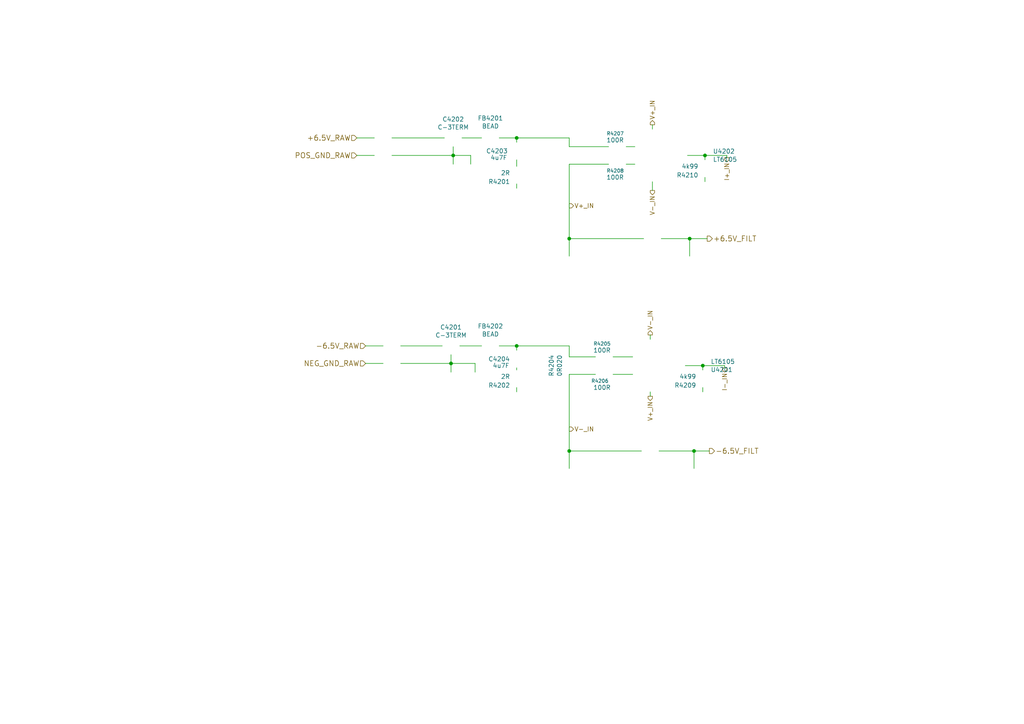
<source format=kicad_sch>
(kicad_sch
	(version 20250114)
	(generator "eeschema")
	(generator_version "9.0")
	(uuid "3bf0e056-0686-45f2-89b1-2fa8483ab800")
	(paper "A4")
	(title_block
		(title "LZ 8 Channel Amplifier")
		(date "2017-09-10")
		(rev "5")
		(company "UC Davis / Seth Hillbrand")
	)
	(lib_symbols)
	(junction
		(at 165.1 69.215)
		(diameter 0)
		(color 0 0 0 0)
		(uuid "087b2edc-951d-4b61-bddb-3d14276779dc")
	)
	(junction
		(at 131.445 45.085)
		(diameter 0)
		(color 0 0 0 0)
		(uuid "0bf9fa86-9c46-4cff-987d-215e7cfc0a7e")
	)
	(junction
		(at 149.86 40.005)
		(diameter 0)
		(color 0 0 0 0)
		(uuid "10621cdd-3bff-4e52-89e9-143bd12fc07a")
	)
	(junction
		(at 203.835 106.045)
		(diameter 0)
		(color 0 0 0 0)
		(uuid "2c93f370-7059-4d1b-b65c-ef0a5e3ac6e0")
	)
	(junction
		(at 204.47 45.085)
		(diameter 0)
		(color 0 0 0 0)
		(uuid "49a1db8b-7294-4e9e-b697-62a3fccc8dd6")
	)
	(junction
		(at 165.1 130.81)
		(diameter 0)
		(color 0 0 0 0)
		(uuid "5040a224-d7c4-4f91-a67c-86d3ecb6b63f")
	)
	(junction
		(at 149.86 100.33)
		(diameter 0)
		(color 0 0 0 0)
		(uuid "6544e4d1-d624-4d29-8563-ef54848de699")
	)
	(junction
		(at 130.81 105.41)
		(diameter 0)
		(color 0 0 0 0)
		(uuid "8fda4b4e-8e3a-4ffb-9f67-baeeaa2a021c")
	)
	(junction
		(at 201.295 130.81)
		(diameter 0)
		(color 0 0 0 0)
		(uuid "b107d1cb-1c53-476a-809d-56571e8994a1")
	)
	(junction
		(at 200.025 69.215)
		(diameter 0)
		(color 0 0 0 0)
		(uuid "f4bbb995-b056-464a-87e6-828a9db256f0")
	)
	(wire
		(pts
			(xy 133.985 40.005) (xy 139.7 40.005)
		)
		(stroke
			(width 0)
			(type default)
		)
		(uuid "016872f6-41fc-48e1-9b5b-c077d6e5c6b4")
	)
	(wire
		(pts
			(xy 165.1 108.585) (xy 172.72 108.585)
		)
		(stroke
			(width 0)
			(type default)
		)
		(uuid "0970a8b2-0a2a-442c-b02c-c5f447eeadd1")
	)
	(wire
		(pts
			(xy 137.795 105.41) (xy 137.795 107.95)
		)
		(stroke
			(width 0)
			(type default)
		)
		(uuid "0d4abea6-506a-47fb-96a9-a692122886be")
	)
	(wire
		(pts
			(xy 136.525 45.085) (xy 136.525 47.625)
		)
		(stroke
			(width 0)
			(type default)
		)
		(uuid "0f268f8e-afd9-4269-bfa0-87075a4b289d")
	)
	(wire
		(pts
			(xy 177.8 108.585) (xy 183.515 108.585)
		)
		(stroke
			(width 0)
			(type default)
		)
		(uuid "11af2b0e-7642-479a-bc80-82db9a96bcc5")
	)
	(wire
		(pts
			(xy 165.1 108.585) (xy 165.1 130.81)
		)
		(stroke
			(width 0)
			(type default)
		)
		(uuid "152cabfb-176d-4658-a4ae-4fd0ed9a9aa6")
	)
	(wire
		(pts
			(xy 165.1 130.81) (xy 165.1 135.89)
		)
		(stroke
			(width 0)
			(type default)
		)
		(uuid "1e2fb38e-5354-43b0-ada3-02ac9f55d787")
	)
	(wire
		(pts
			(xy 203.835 106.045) (xy 210.185 106.045)
		)
		(stroke
			(width 0)
			(type default)
		)
		(uuid "2148feab-7ed5-45a1-a0a8-7303cbdbdac3")
	)
	(wire
		(pts
			(xy 188.595 113.665) (xy 188.595 114.935)
		)
		(stroke
			(width 0)
			(type default)
		)
		(uuid "262fcbdf-d84b-41a3-a2ec-9e9668b69af0")
	)
	(wire
		(pts
			(xy 204.47 45.085) (xy 210.82 45.085)
		)
		(stroke
			(width 0)
			(type default)
		)
		(uuid "2ffdc016-e66f-432a-ab9e-70e0ca8ae09a")
	)
	(wire
		(pts
			(xy 149.86 46.355) (xy 149.86 48.26)
		)
		(stroke
			(width 0)
			(type default)
		)
		(uuid "3074f59f-ed95-4096-a301-66a723145167")
	)
	(wire
		(pts
			(xy 149.86 41.275) (xy 149.86 40.005)
		)
		(stroke
			(width 0)
			(type default)
		)
		(uuid "32648652-fffd-4570-9d23-d77133c24dfa")
	)
	(wire
		(pts
			(xy 176.53 47.625) (xy 165.1 47.625)
		)
		(stroke
			(width 0)
			(type default)
		)
		(uuid "3389711b-5b01-4afb-a61e-3b8699362f4c")
	)
	(wire
		(pts
			(xy 203.835 106.045) (xy 203.835 107.315)
		)
		(stroke
			(width 0)
			(type default)
		)
		(uuid "3b9a44d0-90ea-415f-a118-63369246a8c9")
	)
	(wire
		(pts
			(xy 144.78 100.33) (xy 149.86 100.33)
		)
		(stroke
			(width 0)
			(type default)
		)
		(uuid "3c2c8d3a-5639-4fe0-a266-b9b42a9df332")
	)
	(wire
		(pts
			(xy 165.1 40.005) (xy 165.1 42.545)
		)
		(stroke
			(width 0)
			(type default)
		)
		(uuid "4daa5510-61e8-419d-8d9d-c3b9c7d63792")
	)
	(wire
		(pts
			(xy 165.1 42.545) (xy 176.53 42.545)
		)
		(stroke
			(width 0)
			(type default)
		)
		(uuid "4f1c430c-7636-4a19-baa3-744935ab497d")
	)
	(wire
		(pts
			(xy 165.1 69.215) (xy 165.1 74.295)
		)
		(stroke
			(width 0)
			(type default)
		)
		(uuid "50efce14-8630-48d1-9797-24f97265629a")
	)
	(wire
		(pts
			(xy 116.205 105.41) (xy 130.81 105.41)
		)
		(stroke
			(width 0)
			(type default)
		)
		(uuid "520dd9ec-ac25-4875-9a5b-cadef07b007b")
	)
	(wire
		(pts
			(xy 108.585 45.085) (xy 103.505 45.085)
		)
		(stroke
			(width 0)
			(type default)
		)
		(uuid "5cc5b5b5-5a32-43aa-9f3a-ce8a5e7cf7e1")
	)
	(wire
		(pts
			(xy 144.78 40.005) (xy 149.86 40.005)
		)
		(stroke
			(width 0)
			(type default)
		)
		(uuid "5dcfc587-5e67-4340-90c2-a734867d5f01")
	)
	(wire
		(pts
			(xy 203.835 113.665) (xy 203.835 112.395)
		)
		(stroke
			(width 0)
			(type default)
		)
		(uuid "6227d84e-8812-4657-bdcc-8e5285b5c030")
	)
	(wire
		(pts
			(xy 133.35 100.33) (xy 139.7 100.33)
		)
		(stroke
			(width 0)
			(type default)
		)
		(uuid "6552225f-a4c3-4432-9f2e-957954f5d80c")
	)
	(wire
		(pts
			(xy 201.295 130.81) (xy 201.295 135.89)
		)
		(stroke
			(width 0)
			(type default)
		)
		(uuid "65fdf198-aadc-4e8e-b792-844a22542815")
	)
	(wire
		(pts
			(xy 131.445 45.085) (xy 136.525 45.085)
		)
		(stroke
			(width 0)
			(type default)
		)
		(uuid "69d25624-409f-4aaf-b1bc-8c3b4b33be61")
	)
	(wire
		(pts
			(xy 183.515 103.505) (xy 177.8 103.505)
		)
		(stroke
			(width 0)
			(type default)
		)
		(uuid "6e496e3f-53d1-47c9-b799-9a653c4bdf53")
	)
	(wire
		(pts
			(xy 191.77 69.215) (xy 200.025 69.215)
		)
		(stroke
			(width 0)
			(type default)
		)
		(uuid "71cddd9e-19b1-4e07-bcf6-3962904687d0")
	)
	(wire
		(pts
			(xy 210.185 106.045) (xy 210.185 106.68)
		)
		(stroke
			(width 0)
			(type default)
		)
		(uuid "74ab64dc-4b8a-4cab-93e1-da9dfaf0cb18")
	)
	(wire
		(pts
			(xy 204.47 45.085) (xy 204.47 46.355)
		)
		(stroke
			(width 0)
			(type default)
		)
		(uuid "74b2ff77-5427-49a6-9aa2-dbef067b199c")
	)
	(wire
		(pts
			(xy 130.81 102.87) (xy 130.81 105.41)
		)
		(stroke
			(width 0)
			(type default)
		)
		(uuid "76b30a77-5c22-4951-86d2-4b87b0362bdf")
	)
	(wire
		(pts
			(xy 131.445 42.545) (xy 131.445 45.085)
		)
		(stroke
			(width 0)
			(type default)
		)
		(uuid "79a82a95-a571-42ea-996d-47f64042fd8f")
	)
	(wire
		(pts
			(xy 200.025 69.215) (xy 200.025 74.295)
		)
		(stroke
			(width 0)
			(type default)
		)
		(uuid "7bd9f0d1-ac5c-4e18-93d3-522aec19ef05")
	)
	(wire
		(pts
			(xy 128.27 100.33) (xy 116.205 100.33)
		)
		(stroke
			(width 0)
			(type default)
		)
		(uuid "80bc8379-d38d-46fc-a696-9e337669d770")
	)
	(wire
		(pts
			(xy 201.295 130.81) (xy 205.74 130.81)
		)
		(stroke
			(width 0)
			(type default)
		)
		(uuid "8c609f6e-c77f-48d9-bdb0-02537bdb8ef1")
	)
	(wire
		(pts
			(xy 149.86 101.6) (xy 149.86 100.33)
		)
		(stroke
			(width 0)
			(type default)
		)
		(uuid "901345d1-d3ac-44d1-a723-36f75064eec0")
	)
	(wire
		(pts
			(xy 149.86 53.34) (xy 149.86 54.61)
		)
		(stroke
			(width 0)
			(type default)
		)
		(uuid "92244350-5e57-4115-bd36-c640b4a406e9")
	)
	(wire
		(pts
			(xy 165.1 69.215) (xy 186.69 69.215)
		)
		(stroke
			(width 0)
			(type default)
		)
		(uuid "9341daa4-4ab8-4489-a2e2-dd0d8c1acd5e")
	)
	(wire
		(pts
			(xy 210.82 45.085) (xy 210.82 45.72)
		)
		(stroke
			(width 0)
			(type default)
		)
		(uuid "9f464bca-0fbd-4761-808c-e95b5fea041e")
	)
	(wire
		(pts
			(xy 130.81 105.41) (xy 137.795 105.41)
		)
		(stroke
			(width 0)
			(type default)
		)
		(uuid "a433ecf4-c53c-4cf8-a3b9-00ca60d68e7e")
	)
	(wire
		(pts
			(xy 149.86 40.005) (xy 165.1 40.005)
		)
		(stroke
			(width 0)
			(type default)
		)
		(uuid "a478dad4-6561-4ccc-96b2-6132007cb50f")
	)
	(wire
		(pts
			(xy 165.1 47.625) (xy 165.1 69.215)
		)
		(stroke
			(width 0)
			(type default)
		)
		(uuid "a619b9db-6ae9-4950-bf70-9e784f6b9a98")
	)
	(wire
		(pts
			(xy 130.81 105.41) (xy 130.81 107.95)
		)
		(stroke
			(width 0)
			(type default)
		)
		(uuid "acea7dbb-7f02-48f1-9686-15a638b33e38")
	)
	(wire
		(pts
			(xy 198.755 106.045) (xy 203.835 106.045)
		)
		(stroke
			(width 0)
			(type default)
		)
		(uuid "b0fc049b-3a4a-494c-b38b-f04d21b97b09")
	)
	(wire
		(pts
			(xy 188.595 98.425) (xy 188.595 97.155)
		)
		(stroke
			(width 0)
			(type default)
		)
		(uuid "b1d94d41-85c2-49c3-98d1-f99b0d0064f3")
	)
	(wire
		(pts
			(xy 149.86 112.395) (xy 149.86 113.665)
		)
		(stroke
			(width 0)
			(type default)
		)
		(uuid "b2a2e1bc-7513-4057-9773-bb4a3683e91c")
	)
	(wire
		(pts
			(xy 184.15 42.545) (xy 181.61 42.545)
		)
		(stroke
			(width 0)
			(type default)
		)
		(uuid "b719978d-870c-4afc-817c-f9fa002060e5")
	)
	(wire
		(pts
			(xy 108.585 40.005) (xy 103.505 40.005)
		)
		(stroke
			(width 0)
			(type default)
		)
		(uuid "be1c0d43-82f6-4898-a87b-cc8ebcd7c988")
	)
	(wire
		(pts
			(xy 184.15 47.625) (xy 181.61 47.625)
		)
		(stroke
			(width 0)
			(type default)
		)
		(uuid "bfb0bbee-7206-4a40-8b7a-3d4b026cd467")
	)
	(wire
		(pts
			(xy 111.125 100.33) (xy 106.045 100.33)
		)
		(stroke
			(width 0)
			(type default)
		)
		(uuid "c3488ba0-0079-4c2d-a729-718509e2df7c")
	)
	(wire
		(pts
			(xy 113.665 45.085) (xy 131.445 45.085)
		)
		(stroke
			(width 0)
			(type default)
		)
		(uuid "d06b943d-be33-446a-98e3-09f6def6a64e")
	)
	(wire
		(pts
			(xy 189.23 37.465) (xy 189.23 36.195)
		)
		(stroke
			(width 0)
			(type default)
		)
		(uuid "d54cd56f-790a-44d2-89bb-6f3830c535cf")
	)
	(wire
		(pts
			(xy 149.86 100.33) (xy 165.1 100.33)
		)
		(stroke
			(width 0)
			(type default)
		)
		(uuid "d63157d9-693b-48d4-995d-4184f330ab62")
	)
	(wire
		(pts
			(xy 165.1 100.33) (xy 165.1 103.505)
		)
		(stroke
			(width 0)
			(type default)
		)
		(uuid "d68d8309-789d-4149-aca8-7b9045ed44f7")
	)
	(wire
		(pts
			(xy 189.23 52.705) (xy 189.23 55.245)
		)
		(stroke
			(width 0)
			(type default)
		)
		(uuid "da1ea464-7dd5-4c46-8a42-35dc08f08d0b")
	)
	(wire
		(pts
			(xy 128.905 40.005) (xy 113.665 40.005)
		)
		(stroke
			(width 0)
			(type default)
		)
		(uuid "da77be6f-1b79-4632-a539-92b5085076c0")
	)
	(wire
		(pts
			(xy 165.1 130.81) (xy 186.055 130.81)
		)
		(stroke
			(width 0)
			(type default)
		)
		(uuid "dcbd03be-99f3-4ffc-841a-8c4bf4cd5402")
	)
	(wire
		(pts
			(xy 200.025 69.215) (xy 205.105 69.215)
		)
		(stroke
			(width 0)
			(type default)
		)
		(uuid "e8d9db57-4ad8-4129-ad26-d2e30921e67d")
	)
	(wire
		(pts
			(xy 149.86 106.68) (xy 149.86 107.315)
		)
		(stroke
			(width 0)
			(type default)
		)
		(uuid "ed320daf-7df3-4ecc-87f0-14accb416391")
	)
	(wire
		(pts
			(xy 191.135 130.81) (xy 201.295 130.81)
		)
		(stroke
			(width 0)
			(type default)
		)
		(uuid "ed8c7c80-0ec9-4e3e-b8a3-95d012b52064")
	)
	(wire
		(pts
			(xy 204.47 52.705) (xy 204.47 51.435)
		)
		(stroke
			(width 0)
			(type default)
		)
		(uuid "effc7360-0b91-4410-a823-7412cb852992")
	)
	(wire
		(pts
			(xy 131.445 45.085) (xy 131.445 47.625)
		)
		(stroke
			(width 0)
			(type default)
		)
		(uuid "f20e3a9c-b9c8-4a54-9eb4-b2be5f7b2fcc")
	)
	(wire
		(pts
			(xy 111.125 105.41) (xy 106.045 105.41)
		)
		(stroke
			(width 0)
			(type default)
		)
		(uuid "f2edbfd8-b0bc-47d1-9d16-bec638de3dec")
	)
	(wire
		(pts
			(xy 165.1 103.505) (xy 172.72 103.505)
		)
		(stroke
			(width 0)
			(type default)
		)
		(uuid "f4802b7d-8a83-433a-b6d5-02a6f255ed10")
	)
	(wire
		(pts
			(xy 199.39 45.085) (xy 204.47 45.085)
		)
		(stroke
			(width 0)
			(type default)
		)
		(uuid "fc30fbb7-268b-427c-9e90-c90c8c130678")
	)
	(hierarchical_label "V-_IN"
		(shape output)
		(at 165.1 124.46 0)
		(effects
			(font
				(size 1.27 1.27)
			)
			(justify left)
		)
		(uuid "04503f3f-cfc9-40ea-8b6c-9d1311a9ba22")
	)
	(hierarchical_label "+6.5V_FILT"
		(shape output)
		(at 205.105 69.215 0)
		(effects
			(font
				(size 1.524 1.524)
			)
			(justify left)
		)
		(uuid "109851b2-b036-4e4a-8688-317adaa01fd1")
	)
	(hierarchical_label "V-_IN"
		(shape output)
		(at 189.23 55.245 270)
		(effects
			(font
				(size 1.27 1.27)
			)
			(justify right)
		)
		(uuid "3229dbb7-9467-4f09-8ca1-123a079811bf")
	)
	(hierarchical_label "V-_IN"
		(shape output)
		(at 188.595 97.155 90)
		(effects
			(font
				(size 1.27 1.27)
			)
			(justify left)
		)
		(uuid "38ce9bc1-8883-4fd6-a8a7-d0f7c358b62e")
	)
	(hierarchical_label "V+_IN"
		(shape output)
		(at 188.595 114.935 270)
		(effects
			(font
				(size 1.27 1.27)
			)
			(justify right)
		)
		(uuid "5ecee5d1-6f85-4c65-84a2-381dbd871f21")
	)
	(hierarchical_label "V+_IN"
		(shape output)
		(at 189.23 36.195 90)
		(effects
			(font
				(size 1.27 1.27)
			)
			(justify left)
		)
		(uuid "5f96b8f9-c21f-4cb4-a4c6-fe01476e2f35")
	)
	(hierarchical_label "V+_IN"
		(shape output)
		(at 165.1 59.69 0)
		(effects
			(font
				(size 1.27 1.27)
			)
			(justify left)
		)
		(uuid "60783790-2a10-4705-8488-216b771661a4")
	)
	(hierarchical_label "-6.5V_RAW"
		(shape input)
		(at 106.045 100.33 180)
		(effects
			(font
				(size 1.524 1.524)
			)
			(justify right)
		)
		(uuid "8ad0260e-f502-4341-acd9-952c66ec984a")
	)
	(hierarchical_label "POS_GND_RAW"
		(shape input)
		(at 103.505 45.085 180)
		(effects
			(font
				(size 1.524 1.524)
			)
			(justify right)
		)
		(uuid "93fdc256-7484-434c-a17c-44bdcae00a79")
	)
	(hierarchical_label "-6.5V_FILT"
		(shape output)
		(at 205.74 130.81 0)
		(effects
			(font
				(size 1.524 1.524)
			)
			(justify left)
		)
		(uuid "98c4b5d5-1507-4e6b-944b-ba1523b702c4")
	)
	(hierarchical_label "NEG_GND_RAW"
		(shape input)
		(at 106.045 105.41 180)
		(effects
			(font
				(size 1.524 1.524)
			)
			(justify right)
		)
		(uuid "99760ce8-95e3-46fd-b20e-90243cfa901c")
	)
	(hierarchical_label "I-_IN"
		(shape output)
		(at 210.185 106.68 270)
		(effects
			(font
				(size 1.27 1.27)
			)
			(justify right)
		)
		(uuid "cf8f4f12-4606-4ab8-85b6-c1d5b70c1300")
	)
	(hierarchical_label "+6.5V_RAW"
		(shape input)
		(at 103.505 40.005 180)
		(effects
			(font
				(size 1.524 1.524)
			)
			(justify right)
		)
		(uuid "da723c30-a823-4871-b147-604f84e9c508")
	)
	(hierarchical_label "I+_IN"
		(shape output)
		(at 210.82 45.72 270)
		(effects
			(font
				(size 1.27 1.27)
			)
			(justify right)
		)
		(uuid "f2d37680-5d45-4fb6-ac82-2275e4ef694b")
	)
	(symbol
		(lib_id "_passive:C-3TERM")
		(at 130.81 100.33 0)
		(unit 1)
		(exclude_from_sim no)
		(in_bom yes)
		(on_board yes)
		(dnp no)
		(uuid "00000000-0000-0000-0000-0000578964e7")
		(property "Reference" "C4201"
			(at 130.81 94.9198 0)
			(effects
				(font
					(size 1.27 1.27)
				)
			)
		)
		(property "Value" "C-3TERM"
			(at 130.81 97.2312 0)
			(effects
				(font
					(size 1.27 1.27)
				)
			)
		)
		(property "Footprint" "manuf:CAP3-4516X100"
			(at 130.556 100.965 0)
			(effects
				(font
					(size 1.524 1.524)
				)
				(hide yes)
			)
		)
		(property "Datasheet" "http://search.murata.co.jp/Ceramy/image/img/A01X/G101/ENG/NFM41PC155B1E3-01.pdf"
			(at 130.81 97.0534 0)
			(effects
				(font
					(size 1.524 1.524)
				)
				(hide yes)
			)
		)
		(property "Description" ""
			(at 130.81 100.33 0)
			(effects
				(font
					(size 1.27 1.27)
				)
			)
		)
		(property "mpn" "NFM41PC155B1E3L"
			(at 130.81 100.33 0)
			(effects
				(font
					(size 1.524 1.524)
				)
				(hide yes)
			)
		)
		(property "newark#" "49P5423"
			(at 130.81 100.33 0)
			(effects
				(font
					(size 1.524 1.524)
				)
				(hide yes)
			)
		)
		(property "digikey#" "490-6986-1-ND"
			(at 0 200.66 0)
			(effects
				(font
					(size 1.524 1.524)
				)
				(hide yes)
			)
		)
		(instances
			(project "8CH_Amplifier"
				(path "/f89efb00-3378-4f88-9ec9-2a1aa21f73ef/00000000-0000-0000-0000-000057f4a4b7"
					(reference "C4201")
					(unit 1)
				)
			)
		)
	)
	(symbol
		(lib_id "power1:(GND)")
		(at 130.81 107.95 0)
		(unit 1)
		(exclude_from_sim no)
		(in_bom yes)
		(on_board yes)
		(dnp no)
		(uuid "00000000-0000-0000-0000-0000578972c4")
		(property "Reference" "#PWR0321"
			(at 130.81 107.95 0)
			(effects
				(font
					(size 0.762 0.762)
				)
				(hide yes)
			)
		)
		(property "Value" "(GND)"
			(at 130.81 107.95 0)
			(effects
				(font
					(size 0.762 0.762)
				)
				(hide yes)
			)
		)
		(property "Footprint" ""
			(at 130.81 107.95 0)
			(effects
				(font
					(size 1.524 1.524)
				)
			)
		)
		(property "Datasheet" ""
			(at 130.81 107.95 0)
			(effects
				(font
					(size 1.524 1.524)
				)
			)
		)
		(property "Description" ""
			(at 130.81 107.95 0)
			(effects
				(font
					(size 1.27 1.27)
				)
			)
		)
		(instances
			(project ""
				(path "/f89efb00-3378-4f88-9ec9-2a1aa21f73ef/00000000-0000-0000-0000-000057f4a4b7"
					(reference "#PWR0321")
					(unit 1)
				)
			)
		)
	)
	(symbol
		(lib_id "_passive:C-3TERM")
		(at 131.445 40.005 0)
		(unit 1)
		(exclude_from_sim no)
		(in_bom yes)
		(on_board yes)
		(dnp no)
		(uuid "00000000-0000-0000-0000-0000578983eb")
		(property "Reference" "C4202"
			(at 131.445 34.5948 0)
			(effects
				(font
					(size 1.27 1.27)
				)
			)
		)
		(property "Value" "C-3TERM"
			(at 131.445 36.9062 0)
			(effects
				(font
					(size 1.27 1.27)
				)
			)
		)
		(property "Footprint" "manuf:CAP3-4516X100"
			(at 131.191 40.64 0)
			(effects
				(font
					(size 1.524 1.524)
				)
				(hide yes)
			)
		)
		(property "Datasheet" "http://search.murata.co.jp/Ceramy/image/img/A01X/G101/ENG/NFM41PC155B1E3-01.pdf"
			(at 131.445 36.7284 0)
			(effects
				(font
					(size 1.524 1.524)
				)
				(hide yes)
			)
		)
		(property "Description" ""
			(at 131.445 40.005 0)
			(effects
				(font
					(size 1.27 1.27)
				)
			)
		)
		(property "mpn" "NFM41PC155B1E3L"
			(at 131.445 40.005 0)
			(effects
				(font
					(size 1.524 1.524)
				)
				(hide yes)
			)
		)
		(property "newark#" "49P5423"
			(at 131.445 40.005 0)
			(effects
				(font
					(size 1.524 1.524)
				)
				(hide yes)
			)
		)
		(property "digikey#" "490-6986-1-ND"
			(at 0 80.01 0)
			(effects
				(font
					(size 1.524 1.524)
				)
				(hide yes)
			)
		)
		(instances
			(project "8CH_Amplifier"
				(path "/f89efb00-3378-4f88-9ec9-2a1aa21f73ef/00000000-0000-0000-0000-000057f4a4b7"
					(reference "C4202")
					(unit 1)
				)
			)
		)
	)
	(symbol
		(lib_id "_passive:BEAD")
		(at 142.24 40.005 0)
		(unit 1)
		(exclude_from_sim no)
		(in_bom yes)
		(on_board yes)
		(dnp no)
		(uuid "00000000-0000-0000-0000-0000578983f1")
		(property "Reference" "FB4201"
			(at 142.24 34.29 0)
			(effects
				(font
					(size 1.27 1.27)
				)
			)
		)
		(property "Value" "BEAD"
			(at 142.24 36.6014 0)
			(effects
				(font
					(size 1.27 1.27)
				)
			)
		)
		(property "Footprint" "smd-non-ipc:FB_2220"
			(at 142.24 38.735 0)
			(effects
				(font
					(size 1.524 1.524)
				)
				(hide yes)
			)
		)
		(property "Datasheet" "https://assets.lairdtech.com/home/brandworld/files/Catalog_EMI%20FILTERING%20RF%200717.pdf"
			(at 142.24 38.735 0)
			(effects
				(font
					(size 1.524 1.524)
				)
				(hide yes)
			)
		)
		(property "Description" ""
			(at 142.24 40.005 0)
			(effects
				(font
					(size 1.27 1.27)
				)
			)
		)
		(property "mpn" "HR2220V801R-10"
			(at 142.24 40.005 0)
			(effects
				(font
					(size 1.524 1.524)
				)
				(hide yes)
			)
		)
		(property "newark#" ""
			(at 142.24 40.005 0)
			(effects
				(font
					(size 1.524 1.524)
				)
				(hide yes)
			)
		)
		(property "digikey#" "240-2433-1-ND"
			(at 0 80.01 0)
			(effects
				(font
					(size 1.524 1.524)
				)
				(hide yes)
			)
		)
		(instances
			(project "8CH_Amplifier"
				(path "/f89efb00-3378-4f88-9ec9-2a1aa21f73ef/00000000-0000-0000-0000-000057f4a4b7"
					(reference "FB4201")
					(unit 1)
				)
			)
		)
	)
	(symbol
		(lib_id "power1:(GND)")
		(at 131.445 47.625 0)
		(unit 1)
		(exclude_from_sim no)
		(in_bom yes)
		(on_board yes)
		(dnp no)
		(uuid "00000000-0000-0000-0000-0000578983fa")
		(property "Reference" "#PWR0322"
			(at 131.445 47.625 0)
			(effects
				(font
					(size 0.762 0.762)
				)
				(hide yes)
			)
		)
		(property "Value" "(GND)"
			(at 131.445 47.625 0)
			(effects
				(font
					(size 0.762 0.762)
				)
				(hide yes)
			)
		)
		(property "Footprint" ""
			(at 131.445 47.625 0)
			(effects
				(font
					(size 1.524 1.524)
				)
			)
		)
		(property "Datasheet" ""
			(at 131.445 47.625 0)
			(effects
				(font
					(size 1.524 1.524)
				)
			)
		)
		(property "Description" ""
			(at 131.445 47.625 0)
			(effects
				(font
					(size 1.27 1.27)
				)
			)
		)
		(instances
			(project ""
				(path "/f89efb00-3378-4f88-9ec9-2a1aa21f73ef/00000000-0000-0000-0000-000057f4a4b7"
					(reference "#PWR0322")
					(unit 1)
				)
			)
		)
	)
	(symbol
		(lib_id "_passive:FUSE")
		(at 189.23 69.215 270)
		(mirror x)
		(unit 1)
		(exclude_from_sim no)
		(in_bom yes)
		(on_board yes)
		(dnp no)
		(uuid "00000000-0000-0000-0000-00005789c478")
		(property "Reference" "F4202"
			(at 189.23 74.4728 90)
			(effects
				(font
					(size 1.27 1.27)
				)
			)
		)
		(property "Value" "FUSE"
			(at 189.23 72.1614 90)
			(effects
				(font
					(size 1.27 1.27)
				)
			)
		)
		(property "Footprint" "Fuse_Holders_and_Fuses:Fuse_SMD1206_Reflow"
			(at 190.5 69.215 0)
			(effects
				(font
					(size 1.524 1.524)
				)
				(hide yes)
			)
		)
		(property "Datasheet" "http://www.farnell.com/datasheets/667050.pdf?_ga=1.18660153.1218101772.1468534389"
			(at 190.5 69.215 0)
			(effects
				(font
					(size 1.524 1.524)
				)
				(hide yes)
			)
		)
		(property "Description" ""
			(at 189.23 69.215 0)
			(effects
				(font
					(size 1.27 1.27)
				)
			)
		)
		(property "mpn" "0440004.WR"
			(at 189.23 69.215 0)
			(effects
				(font
					(size 1.524 1.524)
				)
				(hide yes)
			)
		)
		(property "digikey#" "F1607CT-ND"
			(at 189.23 69.215 0)
			(effects
				(font
					(size 1.524 1.524)
				)
				(hide yes)
			)
		)
		(instances
			(project ""
				(path "/f89efb00-3378-4f88-9ec9-2a1aa21f73ef/00000000-0000-0000-0000-000057f4a4b7"
					(reference "F4202")
					(unit 1)
				)
				(path "/f89efb00-3378-4f88-9ec9-2a1aa21f73ef/00000000-0000-0000-0000-000057c01ceb/00000000-0000-0000-0000-000057c05380"
					(reference "F4202")
					(unit 1)
				)
			)
		)
	)
	(symbol
		(lib_id "power1:VGND")
		(at 136.525 47.625 0)
		(unit 1)
		(exclude_from_sim no)
		(in_bom yes)
		(on_board yes)
		(dnp no)
		(uuid "00000000-0000-0000-0000-000057a01a38")
		(property "Reference" "#PWR0323"
			(at 136.525 47.625 0)
			(effects
				(font
					(size 0.762 0.762)
				)
				(hide yes)
			)
		)
		(property "Value" "VGND"
			(at 136.525 47.625 0)
			(effects
				(font
					(size 0.762 0.762)
				)
				(hide yes)
			)
		)
		(property "Footprint" ""
			(at 136.525 47.625 0)
			(effects
				(font
					(size 1.524 1.524)
				)
			)
		)
		(property "Datasheet" ""
			(at 136.525 47.625 0)
			(effects
				(font
					(size 1.524 1.524)
				)
			)
		)
		(property "Description" ""
			(at 136.525 47.625 0)
			(effects
				(font
					(size 1.27 1.27)
				)
			)
		)
		(instances
			(project ""
				(path "/f89efb00-3378-4f88-9ec9-2a1aa21f73ef/00000000-0000-0000-0000-000057f4a4b7"
					(reference "#PWR0323")
					(unit 1)
				)
			)
		)
	)
	(symbol
		(lib_id "power1:VGND")
		(at 137.795 107.95 0)
		(unit 1)
		(exclude_from_sim no)
		(in_bom yes)
		(on_board yes)
		(dnp no)
		(uuid "00000000-0000-0000-0000-000057a027b6")
		(property "Reference" "#PWR0324"
			(at 137.795 107.95 0)
			(effects
				(font
					(size 0.762 0.762)
				)
				(hide yes)
			)
		)
		(property "Value" "VGND"
			(at 137.795 107.95 0)
			(effects
				(font
					(size 0.762 0.762)
				)
				(hide yes)
			)
		)
		(property "Footprint" ""
			(at 137.795 107.95 0)
			(effects
				(font
					(size 1.524 1.524)
				)
			)
		)
		(property "Datasheet" ""
			(at 137.795 107.95 0)
			(effects
				(font
					(size 1.524 1.524)
				)
			)
		)
		(property "Description" ""
			(at 137.795 107.95 0)
			(effects
				(font
					(size 1.27 1.27)
				)
			)
		)
		(instances
			(project ""
				(path "/f89efb00-3378-4f88-9ec9-2a1aa21f73ef/00000000-0000-0000-0000-000057f4a4b7"
					(reference "#PWR0324")
					(unit 1)
				)
			)
		)
	)
	(symbol
		(lib_id "power1:PWR_FLAG")
		(at 200.025 74.295 180)
		(unit 1)
		(exclude_from_sim no)
		(in_bom yes)
		(on_board yes)
		(dnp no)
		(uuid "00000000-0000-0000-0000-000057a038cd")
		(property "Reference" "#PWR0325"
			(at 200.025 74.295 0)
			(effects
				(font
					(size 1.27 1.27)
				)
				(hide yes)
			)
		)
		(property "Value" "PWR_FLAG"
			(at 200.025 74.295 0)
			(effects
				(font
					(size 1.27 1.27)
				)
				(hide yes)
			)
		)
		(property "Footprint" ""
			(at 200.025 74.295 0)
			(effects
				(font
					(size 1.524 1.524)
				)
			)
		)
		(property "Datasheet" ""
			(at 200.025 74.295 0)
			(effects
				(font
					(size 1.524 1.524)
				)
			)
		)
		(property "Description" ""
			(at 200.025 74.295 0)
			(effects
				(font
					(size 1.27 1.27)
				)
			)
		)
		(instances
			(project ""
				(path "/f89efb00-3378-4f88-9ec9-2a1aa21f73ef/00000000-0000-0000-0000-000057f4a4b7"
					(reference "#PWR0325")
					(unit 1)
				)
			)
		)
	)
	(symbol
		(lib_id "power1:PWR_FLAG")
		(at 201.295 135.89 180)
		(unit 1)
		(exclude_from_sim no)
		(in_bom yes)
		(on_board yes)
		(dnp no)
		(uuid "00000000-0000-0000-0000-000057a039a9")
		(property "Reference" "#PWR0326"
			(at 201.295 135.89 0)
			(effects
				(font
					(size 1.27 1.27)
				)
				(hide yes)
			)
		)
		(property "Value" "PWR_FLAG"
			(at 201.295 135.89 0)
			(effects
				(font
					(size 1.27 1.27)
				)
				(hide yes)
			)
		)
		(property "Footprint" ""
			(at 201.295 135.89 0)
			(effects
				(font
					(size 1.524 1.524)
				)
			)
		)
		(property "Datasheet" ""
			(at 201.295 135.89 0)
			(effects
				(font
					(size 1.524 1.524)
				)
			)
		)
		(property "Description" ""
			(at 201.295 135.89 0)
			(effects
				(font
					(size 1.27 1.27)
				)
			)
		)
		(instances
			(project ""
				(path "/f89efb00-3378-4f88-9ec9-2a1aa21f73ef/00000000-0000-0000-0000-000057f4a4b7"
					(reference "#PWR0326")
					(unit 1)
				)
			)
		)
	)
	(symbol
		(lib_id "_passive:BEAD")
		(at 142.24 100.33 0)
		(unit 1)
		(exclude_from_sim no)
		(in_bom yes)
		(on_board yes)
		(dnp no)
		(uuid "00000000-0000-0000-0000-000057a46f02")
		(property "Reference" "FB4202"
			(at 142.24 94.615 0)
			(effects
				(font
					(size 1.27 1.27)
				)
			)
		)
		(property "Value" "BEAD"
			(at 142.24 96.9264 0)
			(effects
				(font
					(size 1.27 1.27)
				)
			)
		)
		(property "Footprint" "smd-non-ipc:FB_2220"
			(at 142.24 99.06 0)
			(effects
				(font
					(size 1.524 1.524)
				)
				(hide yes)
			)
		)
		(property "Datasheet" "https://assets.lairdtech.com/home/brandworld/files/Catalog_EMI%20FILTERING%20RF%200717.pdf"
			(at 142.24 99.06 0)
			(effects
				(font
					(size 1.524 1.524)
				)
				(hide yes)
			)
		)
		(property "Description" ""
			(at 142.24 100.33 0)
			(effects
				(font
					(size 1.27 1.27)
				)
			)
		)
		(property "mpn" "HR2220V801R-10"
			(at 142.24 100.33 0)
			(effects
				(font
					(size 1.524 1.524)
				)
				(hide yes)
			)
		)
		(property "newark#" ""
			(at 142.24 100.33 0)
			(effects
				(font
					(size 1.524 1.524)
				)
				(hide yes)
			)
		)
		(property "digikey#" "240-2433-1-ND"
			(at 0 200.66 0)
			(effects
				(font
					(size 1.524 1.524)
				)
				(hide yes)
			)
		)
		(instances
			(project "8CH_Amplifier"
				(path "/f89efb00-3378-4f88-9ec9-2a1aa21f73ef/00000000-0000-0000-0000-000057f4a4b7"
					(reference "FB4202")
					(unit 1)
				)
			)
		)
	)
	(symbol
		(lib_id "_passive:FUSE")
		(at 188.595 130.81 270)
		(mirror x)
		(unit 1)
		(exclude_from_sim no)
		(in_bom yes)
		(on_board yes)
		(dnp no)
		(uuid "00000000-0000-0000-0000-000057a47b78")
		(property "Reference" "F4201"
			(at 188.595 136.0678 90)
			(effects
				(font
					(size 1.27 1.27)
				)
			)
		)
		(property "Value" "FUSE"
			(at 188.595 133.7564 90)
			(effects
				(font
					(size 1.27 1.27)
				)
			)
		)
		(property "Footprint" "Fuse_Holders_and_Fuses:Fuse_SMD1206_Reflow"
			(at 189.865 130.81 0)
			(effects
				(font
					(size 1.524 1.524)
				)
				(hide yes)
			)
		)
		(property "Datasheet" "http://www.farnell.com/datasheets/667050.pdf?_ga=1.18660153.1218101772.1468534389"
			(at 189.865 130.81 0)
			(effects
				(font
					(size 1.524 1.524)
				)
				(hide yes)
			)
		)
		(property "Description" ""
			(at 188.595 130.81 0)
			(effects
				(font
					(size 1.27 1.27)
				)
			)
		)
		(property "mpn" "0440004.WR"
			(at 188.595 130.81 0)
			(effects
				(font
					(size 1.524 1.524)
				)
				(hide yes)
			)
		)
		(property "digikey#" "F1607CT-ND"
			(at 188.595 130.81 0)
			(effects
				(font
					(size 1.524 1.524)
				)
				(hide yes)
			)
		)
		(instances
			(project "8CH_Amplifier"
				(path "/f89efb00-3378-4f88-9ec9-2a1aa21f73ef/00000000-0000-0000-0000-000057f4a4b7"
					(reference "F4201")
					(unit 1)
				)
			)
		)
	)
	(symbol
		(lib_id "_passive:CMCHOKE-TDK")
		(at 111.125 42.545 0)
		(unit 1)
		(exclude_from_sim no)
		(in_bom yes)
		(on_board yes)
		(dnp no)
		(uuid "00000000-0000-0000-0000-000057a4ffb2")
		(property "Reference" "L4201"
			(at 111.125 34.925 0)
			(effects
				(font
					(size 1.27 1.27)
				)
			)
		)
		(property "Value" "CMCHOKE-TDK"
			(at 111.125 37.2872 0)
			(effects
				(font
					(size 1.27 1.27)
				)
			)
		)
		(property "Footprint" "smd-non-ipc:Choke_Common_Mode_SMD_TDK_ACM9070"
			(at 109.855 40.005 90)
			(effects
				(font
					(size 1.524 1.524)
				)
				(hide yes)
			)
		)
		(property "Datasheet" "https://product.tdk.com/info/en/catalog/datasheets/cmf_commercial_power_acm9070_en.pdf"
			(at 109.855 40.005 90)
			(effects
				(font
					(size 1.524 1.524)
				)
				(hide yes)
			)
		)
		(property "Description" ""
			(at 111.125 42.545 0)
			(effects
				(font
					(size 1.27 1.27)
				)
			)
		)
		(property "mpn" "ACM9070-701-2PL-TL01"
			(at 111.125 42.545 0)
			(effects
				(font
					(size 1.524 1.524)
				)
				(hide yes)
			)
		)
		(property "Mouser" ""
			(at 111.125 42.545 0)
			(effects
				(font
					(size 1.524 1.524)
				)
				(hide yes)
			)
		)
		(property "mouser#" "810-ACM90707012PLTL"
			(at 0 85.09 0)
			(effects
				(font
					(size 1.524 1.524)
				)
				(hide yes)
			)
		)
		(property "digikey#" "445-2216-1-ND"
			(at 0 85.09 0)
			(effects
				(font
					(size 1.524 1.524)
				)
				(hide yes)
			)
		)
		(instances
			(project "8CH_Amplifier"
				(path "/f89efb00-3378-4f88-9ec9-2a1aa21f73ef/00000000-0000-0000-0000-000057f4a4b7"
					(reference "L4201")
					(unit 1)
				)
			)
		)
	)
	(symbol
		(lib_id "_passive:CMCHOKE-TDK")
		(at 113.665 102.87 0)
		(unit 1)
		(exclude_from_sim no)
		(in_bom yes)
		(on_board yes)
		(dnp no)
		(uuid "00000000-0000-0000-0000-000057a50827")
		(property "Reference" "L4202"
			(at 113.665 95.25 0)
			(effects
				(font
					(size 1.27 1.27)
				)
			)
		)
		(property "Value" "CMCHOKE-TDK"
			(at 113.665 97.6122 0)
			(effects
				(font
					(size 1.27 1.27)
				)
			)
		)
		(property "Footprint" "smd-non-ipc:Choke_Common_Mode_SMD_TDK_ACM9070"
			(at 112.395 100.33 90)
			(effects
				(font
					(size 1.524 1.524)
				)
				(hide yes)
			)
		)
		(property "Datasheet" "https://product.tdk.com/info/en/catalog/datasheets/cmf_commercial_power_acm9070_en.pdf"
			(at 112.395 100.33 90)
			(effects
				(font
					(size 1.524 1.524)
				)
				(hide yes)
			)
		)
		(property "Description" ""
			(at 113.665 102.87 0)
			(effects
				(font
					(size 1.27 1.27)
				)
			)
		)
		(property "mpn" "ACM9070-701-2PL-TL01"
			(at 113.665 102.87 0)
			(effects
				(font
					(size 1.524 1.524)
				)
				(hide yes)
			)
		)
		(property "Mouser" ""
			(at 113.665 102.87 0)
			(effects
				(font
					(size 1.524 1.524)
				)
				(hide yes)
			)
		)
		(property "mouser#" "810-ACM90707012PLTL"
			(at 0 205.74 0)
			(effects
				(font
					(size 1.524 1.524)
				)
				(hide yes)
			)
		)
		(property "digikey#" "445-2216-1-ND"
			(at 0 205.74 0)
			(effects
				(font
					(size 1.524 1.524)
				)
				(hide yes)
			)
		)
		(instances
			(project "8CH_Amplifier"
				(path "/f89efb00-3378-4f88-9ec9-2a1aa21f73ef/00000000-0000-0000-0000-000057f4a4b7"
					(reference "L4202")
					(unit 1)
				)
			)
		)
	)
	(symbol
		(lib_id "power1:(GND)")
		(at 203.835 113.665 0)
		(unit 1)
		(exclude_from_sim no)
		(in_bom yes)
		(on_board yes)
		(dnp no)
		(uuid "00000000-0000-0000-0000-000057e5b20e")
		(property "Reference" "#PWR0327"
			(at 203.835 113.665 0)
			(effects
				(font
					(size 0.762 0.762)
				)
				(hide yes)
			)
		)
		(property "Value" "(GND)"
			(at 203.835 113.665 0)
			(effects
				(font
					(size 0.762 0.762)
				)
				(hide yes)
			)
		)
		(property "Footprint" ""
			(at 203.835 113.665 0)
			(effects
				(font
					(size 1.524 1.524)
				)
			)
		)
		(property "Datasheet" ""
			(at 203.835 113.665 0)
			(effects
				(font
					(size 1.524 1.524)
				)
			)
		)
		(property "Description" ""
			(at 203.835 113.665 0)
			(effects
				(font
					(size 1.27 1.27)
				)
			)
		)
		(instances
			(project ""
				(path "/f89efb00-3378-4f88-9ec9-2a1aa21f73ef/00000000-0000-0000-0000-000057f4a4b7"
					(reference "#PWR0327")
					(unit 1)
				)
			)
		)
	)
	(symbol
		(lib_id "_passive:R")
		(at 204.47 48.895 180)
		(unit 1)
		(exclude_from_sim no)
		(in_bom yes)
		(on_board yes)
		(dnp no)
		(uuid "00000000-0000-0000-0000-000057e5c1d6")
		(property "Reference" "R4210"
			(at 202.565 50.8 0)
			(effects
				(font
					(size 1.27 1.27)
				)
				(justify left)
			)
		)
		(property "Value" "4k99"
			(at 202.565 48.26 0)
			(effects
				(font
					(size 1.27 1.27)
				)
				(justify left)
			)
		)
		(property "Footprint" "Resistors_SMD:R_0603"
			(at 202.8698 47.7012 0)
			(effects
				(font
					(size 1.524 1.524)
				)
				(justify left)
				(hide yes)
			)
		)
		(property "Datasheet" "https://www.seielect.com/Catalog/SEI-RMCF_RMCP.pdf"
			(at 204.47 50.165 0)
			(effects
				(font
					(size 1.524 1.524)
				)
				(hide yes)
			)
		)
		(property "Description" ""
			(at 204.47 48.895 0)
			(effects
				(font
					(size 1.27 1.27)
				)
			)
		)
		(property "mpn" "RMCF0603FT4K99"
			(at 204.47 48.895 0)
			(effects
				(font
					(size 1.524 1.524)
				)
				(hide yes)
			)
		)
		(property "digikey#" "RMCF0603FT4K99CT-ND"
			(at 204.47 48.895 0)
			(effects
				(font
					(size 1.524 1.524)
				)
				(hide yes)
			)
		)
		(instances
			(project "8CH_Amplifier"
				(path "/f89efb00-3378-4f88-9ec9-2a1aa21f73ef/00000000-0000-0000-0000-000057f4a4b7"
					(reference "R4210")
					(unit 1)
				)
			)
		)
	)
	(symbol
		(lib_id "power1:(GND)")
		(at 204.47 52.705 0)
		(unit 1)
		(exclude_from_sim no)
		(in_bom yes)
		(on_board yes)
		(dnp no)
		(uuid "00000000-0000-0000-0000-000057e5c1dc")
		(property "Reference" "#PWR0328"
			(at 204.47 52.705 0)
			(effects
				(font
					(size 0.762 0.762)
				)
				(hide yes)
			)
		)
		(property "Value" "(GND)"
			(at 204.47 52.705 0)
			(effects
				(font
					(size 0.762 0.762)
				)
				(hide yes)
			)
		)
		(property "Footprint" ""
			(at 204.47 52.705 0)
			(effects
				(font
					(size 1.524 1.524)
				)
			)
		)
		(property "Datasheet" ""
			(at 204.47 52.705 0)
			(effects
				(font
					(size 1.524 1.524)
				)
			)
		)
		(property "Description" ""
			(at 204.47 52.705 0)
			(effects
				(font
					(size 1.27 1.27)
				)
			)
		)
		(instances
			(project ""
				(path "/f89efb00-3378-4f88-9ec9-2a1aa21f73ef/00000000-0000-0000-0000-000057f4a4b7"
					(reference "#PWR0328")
					(unit 1)
				)
			)
		)
	)
	(symbol
		(lib_id "power1:PWR_FLAG")
		(at 165.1 74.295 180)
		(unit 1)
		(exclude_from_sim no)
		(in_bom yes)
		(on_board yes)
		(dnp no)
		(uuid "00000000-0000-0000-0000-000057e5cdfd")
		(property "Reference" "#PWR0329"
			(at 165.1 74.295 0)
			(effects
				(font
					(size 1.27 1.27)
				)
				(hide yes)
			)
		)
		(property "Value" "PWR_FLAG"
			(at 165.1 74.295 0)
			(effects
				(font
					(size 1.27 1.27)
				)
				(hide yes)
			)
		)
		(property "Footprint" ""
			(at 165.1 74.295 0)
			(effects
				(font
					(size 1.524 1.524)
				)
			)
		)
		(property "Datasheet" ""
			(at 165.1 74.295 0)
			(effects
				(font
					(size 1.524 1.524)
				)
			)
		)
		(property "Description" ""
			(at 165.1 74.295 0)
			(effects
				(font
					(size 1.27 1.27)
				)
			)
		)
		(instances
			(project ""
				(path "/f89efb00-3378-4f88-9ec9-2a1aa21f73ef/00000000-0000-0000-0000-000057f4a4b7"
					(reference "#PWR0329")
					(unit 1)
				)
			)
		)
	)
	(symbol
		(lib_id "power1:PWR_FLAG")
		(at 165.1 135.89 180)
		(unit 1)
		(exclude_from_sim no)
		(in_bom yes)
		(on_board yes)
		(dnp no)
		(uuid "00000000-0000-0000-0000-000057e5ce85")
		(property "Reference" "#PWR0330"
			(at 165.1 135.89 0)
			(effects
				(font
					(size 1.27 1.27)
				)
				(hide yes)
			)
		)
		(property "Value" "PWR_FLAG"
			(at 165.1 135.89 0)
			(effects
				(font
					(size 1.27 1.27)
				)
				(hide yes)
			)
		)
		(property "Footprint" ""
			(at 165.1 135.89 0)
			(effects
				(font
					(size 1.524 1.524)
				)
			)
		)
		(property "Datasheet" ""
			(at 165.1 135.89 0)
			(effects
				(font
					(size 1.524 1.524)
				)
			)
		)
		(property "Description" ""
			(at 165.1 135.89 0)
			(effects
				(font
					(size 1.27 1.27)
				)
			)
		)
		(instances
			(project ""
				(path "/f89efb00-3378-4f88-9ec9-2a1aa21f73ef/00000000-0000-0000-0000-000057f4a4b7"
					(reference "#PWR0330")
					(unit 1)
				)
			)
		)
	)
	(symbol
		(lib_id "_passive:R")
		(at 165.1 45.085 0)
		(mirror x)
		(unit 1)
		(exclude_from_sim no)
		(in_bom yes)
		(on_board yes)
		(dnp no)
		(uuid "00000000-0000-0000-0000-000057e9b519")
		(property "Reference" "R4203"
			(at 159.9438 45.085 90)
			(effects
				(font
					(size 1.27 1.27)
				)
			)
		)
		(property "Value" "0R020"
			(at 162.306 45.085 90)
			(effects
				(font
					(size 1.27 1.27)
				)
			)
		)
		(property "Footprint" "Resistors_SMD:R_2512"
			(at 165.1 46.355 0)
			(effects
				(font
					(size 1.524 1.524)
				)
				(hide yes)
			)
		)
		(property "Datasheet" "https://www.seielect.com/Catalog/SEI-CSR_CSRN.pdf"
			(at 165.1 46.355 0)
			(effects
				(font
					(size 1.524 1.524)
				)
				(hide yes)
			)
		)
		(property "Description" ""
			(at 165.1 45.085 0)
			(effects
				(font
					(size 1.27 1.27)
				)
			)
		)
		(property "mpn" "CSRN2512FK20L0"
			(at 165.1 45.085 0)
			(effects
				(font
					(size 1.524 1.524)
				)
				(hide yes)
			)
		)
		(property "digikey#" "CSRN2512FK20L0CT-ND"
			(at 165.1 45.085 0)
			(effects
				(font
					(size 1.524 1.524)
				)
				(hide yes)
			)
		)
		(instances
			(project "8CH_Amplifier"
				(path "/f89efb00-3378-4f88-9ec9-2a1aa21f73ef/00000000-0000-0000-0000-000057f4a4b7"
					(reference "R4203")
					(unit 1)
				)
			)
		)
	)
	(symbol
		(lib_id "_passive:R")
		(at 149.86 109.855 180)
		(unit 1)
		(exclude_from_sim no)
		(in_bom yes)
		(on_board yes)
		(dnp no)
		(uuid "00000000-0000-0000-0000-000057f3217b")
		(property "Reference" "R4202"
			(at 147.955 111.76 0)
			(effects
				(font
					(size 1.27 1.27)
				)
				(justify left)
			)
		)
		(property "Value" "2R"
			(at 147.955 109.22 0)
			(effects
				(font
					(size 1.27 1.27)
				)
				(justify left)
			)
		)
		(property "Footprint" "Resistors_SMD:R_0603"
			(at 148.2598 108.6612 0)
			(effects
				(font
					(size 1.524 1.524)
				)
				(justify left)
				(hide yes)
			)
		)
		(property "Datasheet" "http://www.te.com/commerce/DocumentDelivery/DDEController?Action=srchrtrv&DocNm=1773200&DocType=DS&DocLang=English"
			(at 149.86 111.125 0)
			(effects
				(font
					(size 1.524 1.524)
				)
				(hide yes)
			)
		)
		(property "Description" ""
			(at 149.86 109.855 0)
			(effects
				(font
					(size 1.27 1.27)
				)
			)
		)
		(property "mpn" "CPF0603F2R0C1"
			(at 149.86 109.855 0)
			(effects
				(font
					(size 1.524 1.524)
				)
				(hide yes)
			)
		)
		(property "newark#" "51R8609"
			(at 149.86 109.855 0)
			(effects
				(font
					(size 1.524 1.524)
				)
				(hide yes)
			)
		)
		(property "digikey#" "A102258TR-ND"
			(at 299.72 0 0)
			(effects
				(font
					(size 1.524 1.524)
				)
				(hide yes)
			)
		)
		(instances
			(project "8CH_Amplifier"
				(path "/f89efb00-3378-4f88-9ec9-2a1aa21f73ef/00000000-0000-0000-0000-000057f4a4b7"
					(reference "R4202")
					(unit 1)
				)
			)
		)
	)
	(symbol
		(lib_id "power1:VGND")
		(at 149.86 113.665 0)
		(unit 1)
		(exclude_from_sim no)
		(in_bom yes)
		(on_board yes)
		(dnp no)
		(uuid "00000000-0000-0000-0000-000057f32235")
		(property "Reference" "#PWR0331"
			(at 149.86 113.665 0)
			(effects
				(font
					(size 0.762 0.762)
				)
				(hide yes)
			)
		)
		(property "Value" "VGND"
			(at 149.86 113.665 0)
			(effects
				(font
					(size 0.762 0.762)
				)
				(hide yes)
			)
		)
		(property "Footprint" ""
			(at 149.86 113.665 0)
			(effects
				(font
					(size 1.524 1.524)
				)
			)
		)
		(property "Datasheet" ""
			(at 149.86 113.665 0)
			(effects
				(font
					(size 1.524 1.524)
				)
			)
		)
		(property "Description" ""
			(at 149.86 113.665 0)
			(effects
				(font
					(size 1.27 1.27)
				)
			)
		)
		(instances
			(project ""
				(path "/f89efb00-3378-4f88-9ec9-2a1aa21f73ef/00000000-0000-0000-0000-000057f4a4b7"
					(reference "#PWR0331")
					(unit 1)
				)
			)
		)
	)
	(symbol
		(lib_id "_passive:R")
		(at 203.835 109.855 180)
		(unit 1)
		(exclude_from_sim no)
		(in_bom yes)
		(on_board yes)
		(dnp no)
		(uuid "00000000-0000-0000-0000-000057f32c46")
		(property "Reference" "R4209"
			(at 201.93 111.76 0)
			(effects
				(font
					(size 1.27 1.27)
				)
				(justify left)
			)
		)
		(property "Value" "4k99"
			(at 201.93 109.22 0)
			(effects
				(font
					(size 1.27 1.27)
				)
				(justify left)
			)
		)
		(property "Footprint" "Resistors_SMD:R_0603"
			(at 202.2348 108.6612 0)
			(effects
				(font
					(size 1.524 1.524)
				)
				(justify left)
				(hide yes)
			)
		)
		(property "Datasheet" "https://www.seielect.com/Catalog/SEI-RMCF_RMCP.pdf"
			(at 203.835 111.125 0)
			(effects
				(font
					(size 1.524 1.524)
				)
				(hide yes)
			)
		)
		(property "Description" ""
			(at 203.835 109.855 0)
			(effects
				(font
					(size 1.27 1.27)
				)
			)
		)
		(property "mpn" "RMCF0603FT4K99"
			(at 203.835 109.855 0)
			(effects
				(font
					(size 1.524 1.524)
				)
				(hide yes)
			)
		)
		(property "digikey#" "RMCF0603FT4K99CT-ND"
			(at 203.835 109.855 0)
			(effects
				(font
					(size 1.524 1.524)
				)
				(hide yes)
			)
		)
		(instances
			(project "8CH_Amplifier"
				(path "/f89efb00-3378-4f88-9ec9-2a1aa21f73ef/00000000-0000-0000-0000-000057f4a4b7"
					(reference "R4209")
					(unit 1)
				)
			)
		)
	)
	(symbol
		(lib_id "_passive:R")
		(at 149.86 50.8 180)
		(unit 1)
		(exclude_from_sim no)
		(in_bom yes)
		(on_board yes)
		(dnp no)
		(uuid "00000000-0000-0000-0000-000057f332db")
		(property "Reference" "R4201"
			(at 147.955 52.705 0)
			(effects
				(font
					(size 1.27 1.27)
				)
				(justify left)
			)
		)
		(property "Value" "2R"
			(at 147.955 50.165 0)
			(effects
				(font
					(size 1.27 1.27)
				)
				(justify left)
			)
		)
		(property "Footprint" "Resistors_SMD:R_0603"
			(at 148.2598 49.6062 0)
			(effects
				(font
					(size 1.524 1.524)
				)
				(justify left)
				(hide yes)
			)
		)
		(property "Datasheet" "http://www.te.com/commerce/DocumentDelivery/DDEController?Action=srchrtrv&DocNm=1773200&DocType=DS&DocLang=English"
			(at 149.86 52.07 0)
			(effects
				(font
					(size 1.524 1.524)
				)
				(hide yes)
			)
		)
		(property "Description" ""
			(at 149.86 50.8 0)
			(effects
				(font
					(size 1.27 1.27)
				)
			)
		)
		(property "mpn" "CPF0603F2R0C1"
			(at 149.86 50.8 0)
			(effects
				(font
					(size 1.524 1.524)
				)
				(hide yes)
			)
		)
		(property "newark#" "51R8609"
			(at 149.86 50.8 0)
			(effects
				(font
					(size 1.524 1.524)
				)
				(hide yes)
			)
		)
		(property "digikey#" "A102258TR-ND"
			(at 299.72 0 0)
			(effects
				(font
					(size 1.524 1.524)
				)
				(hide yes)
			)
		)
		(instances
			(project "8CH_Amplifier"
				(path "/f89efb00-3378-4f88-9ec9-2a1aa21f73ef/00000000-0000-0000-0000-000057f4a4b7"
					(reference "R4201")
					(unit 1)
				)
			)
		)
	)
	(symbol
		(lib_id "power1:VGND")
		(at 149.86 54.61 0)
		(unit 1)
		(exclude_from_sim no)
		(in_bom yes)
		(on_board yes)
		(dnp no)
		(uuid "00000000-0000-0000-0000-000057f332e1")
		(property "Reference" "#PWR0332"
			(at 149.86 54.61 0)
			(effects
				(font
					(size 0.762 0.762)
				)
				(hide yes)
			)
		)
		(property "Value" "VGND"
			(at 149.86 54.61 0)
			(effects
				(font
					(size 0.762 0.762)
				)
				(hide yes)
			)
		)
		(property "Footprint" ""
			(at 149.86 54.61 0)
			(effects
				(font
					(size 1.524 1.524)
				)
			)
		)
		(property "Datasheet" ""
			(at 149.86 54.61 0)
			(effects
				(font
					(size 1.524 1.524)
				)
			)
		)
		(property "Description" ""
			(at 149.86 54.61 0)
			(effects
				(font
					(size 1.27 1.27)
				)
			)
		)
		(instances
			(project ""
				(path "/f89efb00-3378-4f88-9ec9-2a1aa21f73ef/00000000-0000-0000-0000-000057f4a4b7"
					(reference "#PWR0332")
					(unit 1)
				)
			)
		)
	)
	(symbol
		(lib_id "_passive:R")
		(at 179.07 42.545 270)
		(mirror x)
		(unit 1)
		(exclude_from_sim no)
		(in_bom yes)
		(on_board yes)
		(dnp no)
		(uuid "00000000-0000-0000-0000-000057f33e9b")
		(property "Reference" "R4207"
			(at 180.975 38.735 90)
			(effects
				(font
					(size 1.016 1.016)
				)
				(justify right)
			)
		)
		(property "Value" "100R"
			(at 180.975 40.64 90)
			(effects
				(font
					(size 1.27 1.27)
				)
				(justify right)
			)
		)
		(property "Footprint" "Resistors_SMD:R_0603"
			(at 179.07 42.545 0)
			(effects
				(font
					(size 1.27 1.27)
				)
				(hide yes)
			)
		)
		(property "Datasheet" "http://www.te.com/commerce/DocumentDelivery/DDEController?Action=srchrtrv&DocNm=1773272&DocType=DS&DocLang=English"
			(at 180.34 42.545 0)
			(effects
				(font
					(size 1.524 1.524)
				)
				(hide yes)
			)
		)
		(property "Description" ""
			(at 179.07 42.545 0)
			(effects
				(font
					(size 1.27 1.27)
				)
			)
		)
		(property "mpn" "RP73PF1J100RBTDF"
			(at 193.04 23.495 0)
			(effects
				(font
					(size 1.524 1.524)
				)
				(hide yes)
			)
		)
		(property "newark#" ""
			(at 179.07 42.545 0)
			(effects
				(font
					(size 1.524 1.524)
				)
				(hide yes)
			)
		)
		(property "digikey#" "A110012CT-ND"
			(at 136.525 221.615 0)
			(effects
				(font
					(size 1.524 1.524)
				)
				(hide yes)
			)
		)
		(instances
			(project ""
				(path "/f89efb00-3378-4f88-9ec9-2a1aa21f73ef/00000000-0000-0000-0000-000057f4a4b7"
					(reference "R4207")
					(unit 1)
				)
				(path "/f89efb00-3378-4f88-9ec9-2a1aa21f73ef/00000000-0000-0000-0000-000057c01ceb/00000000-0000-0000-0000-000057c02f7e"
					(reference "R?")
					(unit 1)
				)
				(path "/f89efb00-3378-4f88-9ec9-2a1aa21f73ef/00000000-0000-0000-0000-000057c01ceb/00000000-0000-0000-0000-000057c02f90"
					(reference "R?")
					(unit 1)
				)
				(path "/f89efb00-3378-4f88-9ec9-2a1aa21f73ef/00000000-0000-0000-0000-000057e99ccf/00000000-0000-0000-0000-000057c02f7e"
					(reference "R?")
					(unit 1)
				)
				(path "/f89efb00-3378-4f88-9ec9-2a1aa21f73ef/00000000-0000-0000-0000-000057e99ccf/00000000-0000-0000-0000-000057c02f90"
					(reference "R?")
					(unit 1)
				)
				(path "/f89efb00-3378-4f88-9ec9-2a1aa21f73ef/00000000-0000-0000-0000-000057e9a2f9/00000000-0000-0000-0000-000057c02f7e"
					(reference "R?")
					(unit 1)
				)
				(path "/f89efb00-3378-4f88-9ec9-2a1aa21f73ef/00000000-0000-0000-0000-000057e9a2f9/00000000-0000-0000-0000-000057c02f90"
					(reference "R?")
					(unit 1)
				)
				(path "/f89efb00-3378-4f88-9ec9-2a1aa21f73ef/00000000-0000-0000-0000-000057e9a2ff/00000000-0000-0000-0000-000057c02f7e"
					(reference "R?")
					(unit 1)
				)
				(path "/f89efb00-3378-4f88-9ec9-2a1aa21f73ef/00000000-0000-0000-0000-000057e9a2ff/00000000-0000-0000-0000-000057c02f90"
					(reference "R?")
					(unit 1)
				)
				(path "/f89efb00-3378-4f88-9ec9-2a1aa21f73ef/00000000-0000-0000-0000-000057e9b5b0/00000000-0000-0000-0000-000057c02f7e"
					(reference "R?")
					(unit 1)
				)
				(path "/f89efb00-3378-4f88-9ec9-2a1aa21f73ef/00000000-0000-0000-0000-000057e9b5b0/00000000-0000-0000-0000-000057c02f90"
					(reference "R?")
					(unit 1)
				)
				(path "/f89efb00-3378-4f88-9ec9-2a1aa21f73ef/00000000-0000-0000-0000-000057e9b5b6/00000000-0000-0000-0000-000057c02f7e"
					(reference "R?")
					(unit 1)
				)
				(path "/f89efb00-3378-4f88-9ec9-2a1aa21f73ef/00000000-0000-0000-0000-000057e9b5b6/00000000-0000-0000-0000-000057c02f90"
					(reference "R?")
					(unit 1)
				)
				(path "/f89efb00-3378-4f88-9ec9-2a1aa21f73ef/00000000-0000-0000-0000-000057e9b5bc/00000000-0000-0000-0000-000057c02f7e"
					(reference "R?")
					(unit 1)
				)
				(path "/f89efb00-3378-4f88-9ec9-2a1aa21f73ef/00000000-0000-0000-0000-000057e9b5bc/00000000-0000-0000-0000-000057c02f90"
					(reference "R?")
					(unit 1)
				)
				(path "/f89efb00-3378-4f88-9ec9-2a1aa21f73ef/00000000-0000-0000-0000-000057e9b5c2/00000000-0000-0000-0000-000057c02f7e"
					(reference "R?")
					(unit 1)
				)
				(path "/f89efb00-3378-4f88-9ec9-2a1aa21f73ef/00000000-0000-0000-0000-000057e9b5c2/00000000-0000-0000-0000-000057c02f90"
					(reference "R?")
					(unit 1)
				)
			)
		)
	)
	(symbol
		(lib_id "_passive:R")
		(at 179.07 47.625 270)
		(mirror x)
		(unit 1)
		(exclude_from_sim no)
		(in_bom yes)
		(on_board yes)
		(dnp no)
		(uuid "00000000-0000-0000-0000-000057f340d7")
		(property "Reference" "R4208"
			(at 180.975 49.53 90)
			(effects
				(font
					(size 1.016 1.016)
				)
				(justify right)
			)
		)
		(property "Value" "100R"
			(at 180.975 51.435 90)
			(effects
				(font
					(size 1.27 1.27)
				)
				(justify right)
			)
		)
		(property "Footprint" "Resistors_SMD:R_0603"
			(at 179.07 47.625 0)
			(effects
				(font
					(size 1.27 1.27)
				)
				(hide yes)
			)
		)
		(property "Datasheet" "http://www.te.com/commerce/DocumentDelivery/DDEController?Action=srchrtrv&DocNm=1773272&DocType=DS&DocLang=English"
			(at 180.34 47.625 0)
			(effects
				(font
					(size 1.524 1.524)
				)
				(hide yes)
			)
		)
		(property "Description" ""
			(at 179.07 47.625 0)
			(effects
				(font
					(size 1.27 1.27)
				)
			)
		)
		(property "mpn" "RP73PF1J100RBTDF"
			(at 193.04 28.575 0)
			(effects
				(font
					(size 1.524 1.524)
				)
				(hide yes)
			)
		)
		(property "newark#" ""
			(at 179.07 47.625 0)
			(effects
				(font
					(size 1.524 1.524)
				)
				(hide yes)
			)
		)
		(property "digikey#" "A110012CT-ND"
			(at 131.445 226.695 0)
			(effects
				(font
					(size 1.524 1.524)
				)
				(hide yes)
			)
		)
		(instances
			(project ""
				(path "/f89efb00-3378-4f88-9ec9-2a1aa21f73ef/00000000-0000-0000-0000-000057f4a4b7"
					(reference "R4208")
					(unit 1)
				)
				(path "/f89efb00-3378-4f88-9ec9-2a1aa21f73ef/00000000-0000-0000-0000-000057c01ceb/00000000-0000-0000-0000-000057c02f7e"
					(reference "R?")
					(unit 1)
				)
				(path "/f89efb00-3378-4f88-9ec9-2a1aa21f73ef/00000000-0000-0000-0000-000057c01ceb/00000000-0000-0000-0000-000057c02f90"
					(reference "R?")
					(unit 1)
				)
				(path "/f89efb00-3378-4f88-9ec9-2a1aa21f73ef/00000000-0000-0000-0000-000057e99ccf/00000000-0000-0000-0000-000057c02f7e"
					(reference "R?")
					(unit 1)
				)
				(path "/f89efb00-3378-4f88-9ec9-2a1aa21f73ef/00000000-0000-0000-0000-000057e99ccf/00000000-0000-0000-0000-000057c02f90"
					(reference "R?")
					(unit 1)
				)
				(path "/f89efb00-3378-4f88-9ec9-2a1aa21f73ef/00000000-0000-0000-0000-000057e9a2f9/00000000-0000-0000-0000-000057c02f7e"
					(reference "R?")
					(unit 1)
				)
				(path "/f89efb00-3378-4f88-9ec9-2a1aa21f73ef/00000000-0000-0000-0000-000057e9a2f9/00000000-0000-0000-0000-000057c02f90"
					(reference "R?")
					(unit 1)
				)
				(path "/f89efb00-3378-4f88-9ec9-2a1aa21f73ef/00000000-0000-0000-0000-000057e9a2ff/00000000-0000-0000-0000-000057c02f7e"
					(reference "R?")
					(unit 1)
				)
				(path "/f89efb00-3378-4f88-9ec9-2a1aa21f73ef/00000000-0000-0000-0000-000057e9a2ff/00000000-0000-0000-0000-000057c02f90"
					(reference "R?")
					(unit 1)
				)
				(path "/f89efb00-3378-4f88-9ec9-2a1aa21f73ef/00000000-0000-0000-0000-000057e9b5b0/00000000-0000-0000-0000-000057c02f7e"
					(reference "R?")
					(unit 1)
				)
				(path "/f89efb00-3378-4f88-9ec9-2a1aa21f73ef/00000000-0000-0000-0000-000057e9b5b0/00000000-0000-0000-0000-000057c02f90"
					(reference "R?")
					(unit 1)
				)
				(path "/f89efb00-3378-4f88-9ec9-2a1aa21f73ef/00000000-0000-0000-0000-000057e9b5b6/00000000-0000-0000-0000-000057c02f7e"
					(reference "R?")
					(unit 1)
				)
				(path "/f89efb00-3378-4f88-9ec9-2a1aa21f73ef/00000000-0000-0000-0000-000057e9b5b6/00000000-0000-0000-0000-000057c02f90"
					(reference "R?")
					(unit 1)
				)
				(path "/f89efb00-3378-4f88-9ec9-2a1aa21f73ef/00000000-0000-0000-0000-000057e9b5bc/00000000-0000-0000-0000-000057c02f7e"
					(reference "R?")
					(unit 1)
				)
				(path "/f89efb00-3378-4f88-9ec9-2a1aa21f73ef/00000000-0000-0000-0000-000057e9b5bc/00000000-0000-0000-0000-000057c02f90"
					(reference "R?")
					(unit 1)
				)
				(path "/f89efb00-3378-4f88-9ec9-2a1aa21f73ef/00000000-0000-0000-0000-000057e9b5c2/00000000-0000-0000-0000-000057c02f7e"
					(reference "R?")
					(unit 1)
				)
				(path "/f89efb00-3378-4f88-9ec9-2a1aa21f73ef/00000000-0000-0000-0000-000057e9b5c2/00000000-0000-0000-0000-000057c02f90"
					(reference "R?")
					(unit 1)
				)
			)
		)
	)
	(symbol
		(lib_id "_passive:R")
		(at 175.26 103.505 270)
		(mirror x)
		(unit 1)
		(exclude_from_sim no)
		(in_bom yes)
		(on_board yes)
		(dnp no)
		(uuid "00000000-0000-0000-0000-000057f341af")
		(property "Reference" "R4205"
			(at 177.165 99.695 90)
			(effects
				(font
					(size 1.016 1.016)
				)
				(justify right)
			)
		)
		(property "Value" "100R"
			(at 177.165 101.6 90)
			(effects
				(font
					(size 1.27 1.27)
				)
				(justify right)
			)
		)
		(property "Footprint" "Resistors_SMD:R_0603"
			(at 175.26 103.505 0)
			(effects
				(font
					(size 1.27 1.27)
				)
				(hide yes)
			)
		)
		(property "Datasheet" "http://www.te.com/commerce/DocumentDelivery/DDEController?Action=srchrtrv&DocNm=1773272&DocType=DS&DocLang=English"
			(at 176.53 103.505 0)
			(effects
				(font
					(size 1.524 1.524)
				)
				(hide yes)
			)
		)
		(property "Description" ""
			(at 175.26 103.505 0)
			(effects
				(font
					(size 1.27 1.27)
				)
			)
		)
		(property "mpn" "RP73PF1J100RBTDF"
			(at 189.23 84.455 0)
			(effects
				(font
					(size 1.524 1.524)
				)
				(hide yes)
			)
		)
		(property "newark#" ""
			(at 175.26 103.505 0)
			(effects
				(font
					(size 1.524 1.524)
				)
				(hide yes)
			)
		)
		(property "digikey#" "A110012CT-ND"
			(at 71.755 278.765 0)
			(effects
				(font
					(size 1.524 1.524)
				)
				(hide yes)
			)
		)
		(instances
			(project ""
				(path "/f89efb00-3378-4f88-9ec9-2a1aa21f73ef/00000000-0000-0000-0000-000057f4a4b7"
					(reference "R4205")
					(unit 1)
				)
				(path "/f89efb00-3378-4f88-9ec9-2a1aa21f73ef/00000000-0000-0000-0000-000057c01ceb/00000000-0000-0000-0000-000057c02f7e"
					(reference "R?")
					(unit 1)
				)
				(path "/f89efb00-3378-4f88-9ec9-2a1aa21f73ef/00000000-0000-0000-0000-000057c01ceb/00000000-0000-0000-0000-000057c02f90"
					(reference "R?")
					(unit 1)
				)
				(path "/f89efb00-3378-4f88-9ec9-2a1aa21f73ef/00000000-0000-0000-0000-000057e99ccf/00000000-0000-0000-0000-000057c02f7e"
					(reference "R?")
					(unit 1)
				)
				(path "/f89efb00-3378-4f88-9ec9-2a1aa21f73ef/00000000-0000-0000-0000-000057e99ccf/00000000-0000-0000-0000-000057c02f90"
					(reference "R?")
					(unit 1)
				)
				(path "/f89efb00-3378-4f88-9ec9-2a1aa21f73ef/00000000-0000-0000-0000-000057e9a2f9/00000000-0000-0000-0000-000057c02f7e"
					(reference "R?")
					(unit 1)
				)
				(path "/f89efb00-3378-4f88-9ec9-2a1aa21f73ef/00000000-0000-0000-0000-000057e9a2f9/00000000-0000-0000-0000-000057c02f90"
					(reference "R?")
					(unit 1)
				)
				(path "/f89efb00-3378-4f88-9ec9-2a1aa21f73ef/00000000-0000-0000-0000-000057e9a2ff/00000000-0000-0000-0000-000057c02f7e"
					(reference "R?")
					(unit 1)
				)
				(path "/f89efb00-3378-4f88-9ec9-2a1aa21f73ef/00000000-0000-0000-0000-000057e9a2ff/00000000-0000-0000-0000-000057c02f90"
					(reference "R?")
					(unit 1)
				)
				(path "/f89efb00-3378-4f88-9ec9-2a1aa21f73ef/00000000-0000-0000-0000-000057e9b5b0/00000000-0000-0000-0000-000057c02f7e"
					(reference "R?")
					(unit 1)
				)
				(path "/f89efb00-3378-4f88-9ec9-2a1aa21f73ef/00000000-0000-0000-0000-000057e9b5b0/00000000-0000-0000-0000-000057c02f90"
					(reference "R?")
					(unit 1)
				)
				(path "/f89efb00-3378-4f88-9ec9-2a1aa21f73ef/00000000-0000-0000-0000-000057e9b5b6/00000000-0000-0000-0000-000057c02f7e"
					(reference "R?")
					(unit 1)
				)
				(path "/f89efb00-3378-4f88-9ec9-2a1aa21f73ef/00000000-0000-0000-0000-000057e9b5b6/00000000-0000-0000-0000-000057c02f90"
					(reference "R?")
					(unit 1)
				)
				(path "/f89efb00-3378-4f88-9ec9-2a1aa21f73ef/00000000-0000-0000-0000-000057e9b5bc/00000000-0000-0000-0000-000057c02f7e"
					(reference "R?")
					(unit 1)
				)
				(path "/f89efb00-3378-4f88-9ec9-2a1aa21f73ef/00000000-0000-0000-0000-000057e9b5bc/00000000-0000-0000-0000-000057c02f90"
					(reference "R?")
					(unit 1)
				)
				(path "/f89efb00-3378-4f88-9ec9-2a1aa21f73ef/00000000-0000-0000-0000-000057e9b5c2/00000000-0000-0000-0000-000057c02f7e"
					(reference "R?")
					(unit 1)
				)
				(path "/f89efb00-3378-4f88-9ec9-2a1aa21f73ef/00000000-0000-0000-0000-000057e9b5c2/00000000-0000-0000-0000-000057c02f90"
					(reference "R?")
					(unit 1)
				)
			)
		)
	)
	(symbol
		(lib_id "_passive:R")
		(at 175.26 108.585 270)
		(mirror x)
		(unit 1)
		(exclude_from_sim no)
		(in_bom yes)
		(on_board yes)
		(dnp no)
		(uuid "00000000-0000-0000-0000-000057f34278")
		(property "Reference" "R4206"
			(at 176.53 110.49 90)
			(effects
				(font
					(size 1.016 1.016)
				)
				(justify right)
			)
		)
		(property "Value" "100R"
			(at 177.165 112.395 90)
			(effects
				(font
					(size 1.27 1.27)
				)
				(justify right)
			)
		)
		(property "Footprint" "Resistors_SMD:R_0603"
			(at 175.26 108.585 0)
			(effects
				(font
					(size 1.27 1.27)
				)
				(hide yes)
			)
		)
		(property "Datasheet" "http://www.te.com/commerce/DocumentDelivery/DDEController?Action=srchrtrv&DocNm=1773272&DocType=DS&DocLang=English"
			(at 176.53 108.585 0)
			(effects
				(font
					(size 1.524 1.524)
				)
				(hide yes)
			)
		)
		(property "Description" ""
			(at 175.26 108.585 0)
			(effects
				(font
					(size 1.27 1.27)
				)
			)
		)
		(property "mpn" "RP73PF1J100RBTDF"
			(at 189.23 89.535 0)
			(effects
				(font
					(size 1.524 1.524)
				)
				(hide yes)
			)
		)
		(property "newark#" ""
			(at 175.26 108.585 0)
			(effects
				(font
					(size 1.524 1.524)
				)
				(hide yes)
			)
		)
		(property "digikey#" "A110012CT-ND"
			(at 66.675 283.845 0)
			(effects
				(font
					(size 1.524 1.524)
				)
				(hide yes)
			)
		)
		(instances
			(project ""
				(path "/f89efb00-3378-4f88-9ec9-2a1aa21f73ef/00000000-0000-0000-0000-000057f4a4b7"
					(reference "R4206")
					(unit 1)
				)
				(path "/f89efb00-3378-4f88-9ec9-2a1aa21f73ef/00000000-0000-0000-0000-000057c01ceb/00000000-0000-0000-0000-000057c02f7e"
					(reference "R?")
					(unit 1)
				)
				(path "/f89efb00-3378-4f88-9ec9-2a1aa21f73ef/00000000-0000-0000-0000-000057c01ceb/00000000-0000-0000-0000-000057c02f90"
					(reference "R?")
					(unit 1)
				)
				(path "/f89efb00-3378-4f88-9ec9-2a1aa21f73ef/00000000-0000-0000-0000-000057e99ccf/00000000-0000-0000-0000-000057c02f7e"
					(reference "R?")
					(unit 1)
				)
				(path "/f89efb00-3378-4f88-9ec9-2a1aa21f73ef/00000000-0000-0000-0000-000057e99ccf/00000000-0000-0000-0000-000057c02f90"
					(reference "R?")
					(unit 1)
				)
				(path "/f89efb00-3378-4f88-9ec9-2a1aa21f73ef/00000000-0000-0000-0000-000057e9a2f9/00000000-0000-0000-0000-000057c02f7e"
					(reference "R?")
					(unit 1)
				)
				(path "/f89efb00-3378-4f88-9ec9-2a1aa21f73ef/00000000-0000-0000-0000-000057e9a2f9/00000000-0000-0000-0000-000057c02f90"
					(reference "R?")
					(unit 1)
				)
				(path "/f89efb00-3378-4f88-9ec9-2a1aa21f73ef/00000000-0000-0000-0000-000057e9a2ff/00000000-0000-0000-0000-000057c02f7e"
					(reference "R?")
					(unit 1)
				)
				(path "/f89efb00-3378-4f88-9ec9-2a1aa21f73ef/00000000-0000-0000-0000-000057e9a2ff/00000000-0000-0000-0000-000057c02f90"
					(reference "R?")
					(unit 1)
				)
				(path "/f89efb00-3378-4f88-9ec9-2a1aa21f73ef/00000000-0000-0000-0000-000057e9b5b0/00000000-0000-0000-0000-000057c02f7e"
					(reference "R?")
					(unit 1)
				)
				(path "/f89efb00-3378-4f88-9ec9-2a1aa21f73ef/00000000-0000-0000-0000-000057e9b5b0/00000000-0000-0000-0000-000057c02f90"
					(reference "R?")
					(unit 1)
				)
				(path "/f89efb00-3378-4f88-9ec9-2a1aa21f73ef/00000000-0000-0000-0000-000057e9b5b6/00000000-0000-0000-0000-000057c02f7e"
					(reference "R?")
					(unit 1)
				)
				(path "/f89efb00-3378-4f88-9ec9-2a1aa21f73ef/00000000-0000-0000-0000-000057e9b5b6/00000000-0000-0000-0000-000057c02f90"
					(reference "R?")
					(unit 1)
				)
				(path "/f89efb00-3378-4f88-9ec9-2a1aa21f73ef/00000000-0000-0000-0000-000057e9b5bc/00000000-0000-0000-0000-000057c02f7e"
					(reference "R?")
					(unit 1)
				)
				(path "/f89efb00-3378-4f88-9ec9-2a1aa21f73ef/00000000-0000-0000-0000-000057e9b5bc/00000000-0000-0000-0000-000057c02f90"
					(reference "R?")
					(unit 1)
				)
				(path "/f89efb00-3378-4f88-9ec9-2a1aa21f73ef/00000000-0000-0000-0000-000057e9b5c2/00000000-0000-0000-0000-000057c02f7e"
					(reference "R?")
					(unit 1)
				)
				(path "/f89efb00-3378-4f88-9ec9-2a1aa21f73ef/00000000-0000-0000-0000-000057e9b5c2/00000000-0000-0000-0000-000057c02f90"
					(reference "R?")
					(unit 1)
				)
			)
		)
	)
	(symbol
		(lib_id "_passive:R")
		(at 165.1 106.045 0)
		(mirror x)
		(unit 1)
		(exclude_from_sim no)
		(in_bom yes)
		(on_board yes)
		(dnp no)
		(uuid "00000000-0000-0000-0000-000058efc877")
		(property "Reference" "R4204"
			(at 159.9438 106.045 90)
			(effects
				(font
					(size 1.27 1.27)
				)
			)
		)
		(property "Value" "0R020"
			(at 162.306 106.045 90)
			(effects
				(font
					(size 1.27 1.27)
				)
			)
		)
		(property "Footprint" "Resistors_SMD:R_2512"
			(at 165.1 107.315 0)
			(effects
				(font
					(size 1.524 1.524)
				)
				(hide yes)
			)
		)
		(property "Datasheet" "https://www.seielect.com/Catalog/SEI-CSR_CSRN.pdf"
			(at 165.1 107.315 0)
			(effects
				(font
					(size 1.524 1.524)
				)
				(hide yes)
			)
		)
		(property "Description" ""
			(at 165.1 106.045 0)
			(effects
				(font
					(size 1.27 1.27)
				)
			)
		)
		(property "mpn" "CSRN2512FK20L0"
			(at 165.1 106.045 0)
			(effects
				(font
					(size 1.524 1.524)
				)
				(hide yes)
			)
		)
		(property "digikey#" "CSRN2512FK20L0CT-ND"
			(at 165.1 106.045 0)
			(effects
				(font
					(size 1.524 1.524)
				)
				(hide yes)
			)
		)
		(instances
			(project "8CH_Amplifier"
				(path "/f89efb00-3378-4f88-9ec9-2a1aa21f73ef/00000000-0000-0000-0000-000057f4a4b7"
					(reference "R4204")
					(unit 1)
				)
			)
		)
	)
	(symbol
		(lib_id "LinearTech:LT6105")
		(at 189.23 45.085 0)
		(unit 1)
		(exclude_from_sim no)
		(in_bom yes)
		(on_board yes)
		(dnp no)
		(uuid "00000000-0000-0000-0000-000059493168")
		(property "Reference" "U4202"
			(at 206.756 43.8912 0)
			(effects
				(font
					(size 1.27 1.27)
				)
				(justify left)
			)
		)
		(property "Value" "LT6105"
			(at 206.756 46.2534 0)
			(effects
				(font
					(size 1.27 1.27)
				)
				(justify left)
			)
		)
		(property "Footprint" "Housings_SSOP:MSOP-8_3x3mm_Pitch0.65mm"
			(at 186.69 44.45 0)
			(effects
				(font
					(size 1.27 1.27)
				)
				(hide yes)
			)
		)
		(property "Datasheet" "http://cds.linear.com/docs/en/datasheet/6105fa.pdf"
			(at 186.69 44.45 0)
			(effects
				(font
					(size 1.27 1.27)
				)
				(hide yes)
			)
		)
		(property "Description" ""
			(at 189.23 45.085 0)
			(effects
				(font
					(size 1.27 1.27)
				)
			)
		)
		(property "mpn" "LT6105HMS8#PBF"
			(at 189.23 45.085 0)
			(effects
				(font
					(size 1.524 1.524)
				)
				(hide yes)
			)
		)
		(property "digikey#" "LT6105HMS8#PBF-ND"
			(at 189.23 45.085 0)
			(effects
				(font
					(size 1.524 1.524)
				)
				(hide yes)
			)
		)
		(property "newark#" "75M4760"
			(at 189.23 45.085 0)
			(effects
				(font
					(size 1.524 1.524)
				)
				(hide yes)
			)
		)
		(instances
			(project "8CH_Amplifier"
				(path "/f89efb00-3378-4f88-9ec9-2a1aa21f73ef/00000000-0000-0000-0000-000057f4a4b7"
					(reference "U4202")
					(unit 1)
				)
			)
		)
	)
	(symbol
		(lib_id "LinearTech:LT6105")
		(at 188.595 106.045 0)
		(mirror x)
		(unit 1)
		(exclude_from_sim no)
		(in_bom yes)
		(on_board yes)
		(dnp no)
		(uuid "00000000-0000-0000-0000-000059493c8d")
		(property "Reference" "U4201"
			(at 206.121 107.2388 0)
			(effects
				(font
					(size 1.27 1.27)
				)
				(justify left)
			)
		)
		(property "Value" "LT6105"
			(at 206.121 104.8766 0)
			(effects
				(font
					(size 1.27 1.27)
				)
				(justify left)
			)
		)
		(property "Footprint" "Housings_SSOP:MSOP-8_3x3mm_Pitch0.65mm"
			(at 186.055 106.68 0)
			(effects
				(font
					(size 1.27 1.27)
				)
				(hide yes)
			)
		)
		(property "Datasheet" "http://cds.linear.com/docs/en/datasheet/6105fa.pdf"
			(at 186.055 106.68 0)
			(effects
				(font
					(size 1.27 1.27)
				)
				(hide yes)
			)
		)
		(property "Description" ""
			(at 188.595 106.045 0)
			(effects
				(font
					(size 1.27 1.27)
				)
			)
		)
		(property "mpn" "LT6105HMS8#PBF"
			(at 188.595 106.045 0)
			(effects
				(font
					(size 1.524 1.524)
				)
				(hide yes)
			)
		)
		(property "digikey#" "LT6105HMS8#PBF-ND"
			(at 188.595 106.045 0)
			(effects
				(font
					(size 1.524 1.524)
				)
				(hide yes)
			)
		)
		(property "newark#" "75M4760"
			(at 188.595 106.045 0)
			(effects
				(font
					(size 1.524 1.524)
				)
				(hide yes)
			)
		)
		(instances
			(project "8CH_Amplifier"
				(path "/f89efb00-3378-4f88-9ec9-2a1aa21f73ef/00000000-0000-0000-0000-000057f4a4b7"
					(reference "U4201")
					(unit 1)
				)
			)
		)
	)
	(symbol
		(lib_id "_passive:C")
		(at 149.86 104.14 0)
		(unit 1)
		(exclude_from_sim no)
		(in_bom yes)
		(on_board yes)
		(dnp no)
		(uuid "00000000-0000-0000-0000-000059558cf4")
		(property "Reference" "C4204"
			(at 141.605 104.14 0)
			(effects
				(font
					(size 1.27 1.27)
				)
				(justify left)
			)
		)
		(property "Value" "4u7F"
			(at 142.875 106.045 0)
			(effects
				(font
					(size 1.27 1.27)
				)
				(justify left)
			)
		)
		(property "Footprint" "Capacitors_SMD:C_1206"
			(at 149.606 104.775 0)
			(effects
				(font
					(size 1.524 1.524)
				)
				(hide yes)
			)
		)
		(property "Datasheet" "https://product.tdk.com/info/en/catalog/datasheets/mlcc_commercial_general_en.pdf"
			(at 149.606 104.775 0)
			(effects
				(font
					(size 1.524 1.524)
				)
				(hide yes)
			)
		)
		(property "Description" ""
			(at 149.86 104.14 0)
			(effects
				(font
					(size 1.27 1.27)
				)
			)
		)
		(property "mpn" "C3225X7R1E106K250AC"
			(at 149.86 104.14 0)
			(effects
				(font
					(size 1.524 1.524)
				)
				(hide yes)
			)
		)
		(property "digikey#" "445-1606-1-ND"
			(at 149.86 104.14 0)
			(effects
				(font
					(size 1.524 1.524)
				)
				(hide yes)
			)
		)
		(instances
			(project "8CH_Amplifier"
				(path "/f89efb00-3378-4f88-9ec9-2a1aa21f73ef/00000000-0000-0000-0000-000057f4a4b7"
					(reference "C4204")
					(unit 1)
				)
			)
		)
	)
	(symbol
		(lib_id "_passive:C")
		(at 149.86 43.815 0)
		(unit 1)
		(exclude_from_sim no)
		(in_bom yes)
		(on_board yes)
		(dnp no)
		(uuid "00000000-0000-0000-0000-0000595597da")
		(property "Reference" "C4203"
			(at 140.97 43.815 0)
			(effects
				(font
					(size 1.27 1.27)
				)
				(justify left)
			)
		)
		(property "Value" "4u7F"
			(at 142.24 45.72 0)
			(effects
				(font
					(size 1.27 1.27)
				)
				(justify left)
			)
		)
		(property "Footprint" "Capacitors_SMD:C_1206"
			(at 149.606 44.45 0)
			(effects
				(font
					(size 1.524 1.524)
				)
				(hide yes)
			)
		)
		(property "Datasheet" "https://product.tdk.com/info/en/catalog/datasheets/mlcc_commercial_general_en.pdf"
			(at 149.606 44.45 0)
			(effects
				(font
					(size 1.524 1.524)
				)
				(hide yes)
			)
		)
		(property "Description" ""
			(at 149.86 43.815 0)
			(effects
				(font
					(size 1.27 1.27)
				)
			)
		)
		(property "mpn" "C3225X7R1E106K250AC"
			(at 149.86 43.815 0)
			(effects
				(font
					(size 1.524 1.524)
				)
				(hide yes)
			)
		)
		(property "digikey#" "445-1606-1-ND"
			(at 149.86 43.815 0)
			(effects
				(font
					(size 1.524 1.524)
				)
				(hide yes)
			)
		)
		(instances
			(project "8CH_Amplifier"
				(path "/f89efb00-3378-4f88-9ec9-2a1aa21f73ef/00000000-0000-0000-0000-000057f4a4b7"
					(reference "C4203")
					(unit 1)
				)
			)
		)
	)
)

</source>
